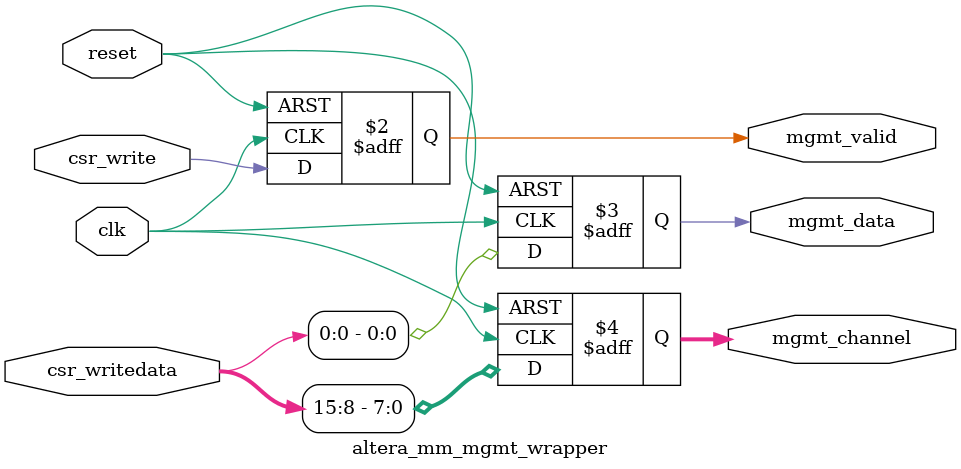
<source format=sv>



`timescale 1 ns / 1 ns

module altera_mm_mgmt_wrapper #(
    parameter CHANNEL_WIDTH = 8
) (
    input         clk,
    input         reset,
    input         csr_write,
    input  [31:0] csr_writedata,
    output reg    mgmt_valid,
    output reg    mgmt_data,
    output reg [CHANNEL_WIDTH-1:0] mgmt_channel
);

always @(posedge clk or posedge reset) begin
	if (reset) begin
		mgmt_valid   <= 1'b0;
		mgmt_data    <= 1'b0;
		mgmt_channel <= {CHANNEL_WIDTH{1'b0}};
	end else begin
		mgmt_valid   <= csr_write;
		mgmt_data    <= csr_writedata[0];
		mgmt_channel <= csr_writedata[CHANNEL_WIDTH+7:8];
	end
end

endmodule

</source>
